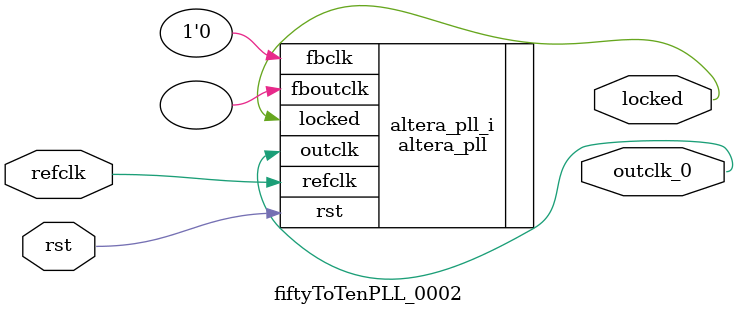
<source format=v>
`timescale 1ns/10ps
module  fiftyToTenPLL_0002(

	// interface 'refclk'
	input wire refclk,

	// interface 'reset'
	input wire rst,

	// interface 'outclk0'
	output wire outclk_0,

	// interface 'locked'
	output wire locked
);

	altera_pll #(
		.fractional_vco_multiplier("false"),
		.reference_clock_frequency("50.0 MHz"),
		.operation_mode("normal"),
		.number_of_clocks(1),
		.output_clock_frequency0("10.000000 MHz"),
		.phase_shift0("0 ps"),
		.duty_cycle0(50),
		.output_clock_frequency1("0 MHz"),
		.phase_shift1("0 ps"),
		.duty_cycle1(50),
		.output_clock_frequency2("0 MHz"),
		.phase_shift2("0 ps"),
		.duty_cycle2(50),
		.output_clock_frequency3("0 MHz"),
		.phase_shift3("0 ps"),
		.duty_cycle3(50),
		.output_clock_frequency4("0 MHz"),
		.phase_shift4("0 ps"),
		.duty_cycle4(50),
		.output_clock_frequency5("0 MHz"),
		.phase_shift5("0 ps"),
		.duty_cycle5(50),
		.output_clock_frequency6("0 MHz"),
		.phase_shift6("0 ps"),
		.duty_cycle6(50),
		.output_clock_frequency7("0 MHz"),
		.phase_shift7("0 ps"),
		.duty_cycle7(50),
		.output_clock_frequency8("0 MHz"),
		.phase_shift8("0 ps"),
		.duty_cycle8(50),
		.output_clock_frequency9("0 MHz"),
		.phase_shift9("0 ps"),
		.duty_cycle9(50),
		.output_clock_frequency10("0 MHz"),
		.phase_shift10("0 ps"),
		.duty_cycle10(50),
		.output_clock_frequency11("0 MHz"),
		.phase_shift11("0 ps"),
		.duty_cycle11(50),
		.output_clock_frequency12("0 MHz"),
		.phase_shift12("0 ps"),
		.duty_cycle12(50),
		.output_clock_frequency13("0 MHz"),
		.phase_shift13("0 ps"),
		.duty_cycle13(50),
		.output_clock_frequency14("0 MHz"),
		.phase_shift14("0 ps"),
		.duty_cycle14(50),
		.output_clock_frequency15("0 MHz"),
		.phase_shift15("0 ps"),
		.duty_cycle15(50),
		.output_clock_frequency16("0 MHz"),
		.phase_shift16("0 ps"),
		.duty_cycle16(50),
		.output_clock_frequency17("0 MHz"),
		.phase_shift17("0 ps"),
		.duty_cycle17(50),
		.pll_type("General"),
		.pll_subtype("General")
	) altera_pll_i (
		.rst	(rst),
		.outclk	({outclk_0}),
		.locked	(locked),
		.fboutclk	( ),
		.fbclk	(1'b0),
		.refclk	(refclk)
	);
endmodule


</source>
